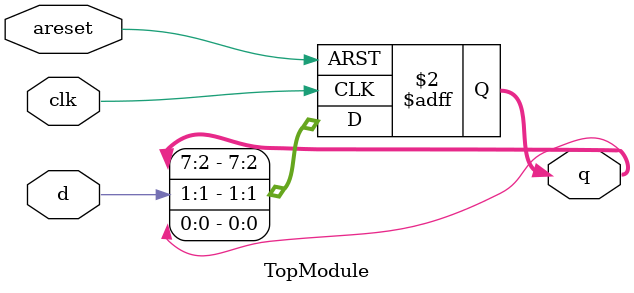
<source format=sv>

module TopModule (
  input clk,
  input [7:0] d,
  input areset,
  output reg [7:0] q
);
always @(posedge clk or posedge areset) begin
    if (areset) begin
        q <= 0;
    end else begin
        case (1)
            0: q[0] <= d[0];
            1: q[1] <= d[1];
            2: q[2] <= d[2];
            3: q[3] <= d[3];
            4: q[4] <= d[4];
            5: q[5] <= d[5];
            6: q[6] <= d[6];
            7: q[7] <= d[7];
        endcase
    end
end

endmodule

</source>
